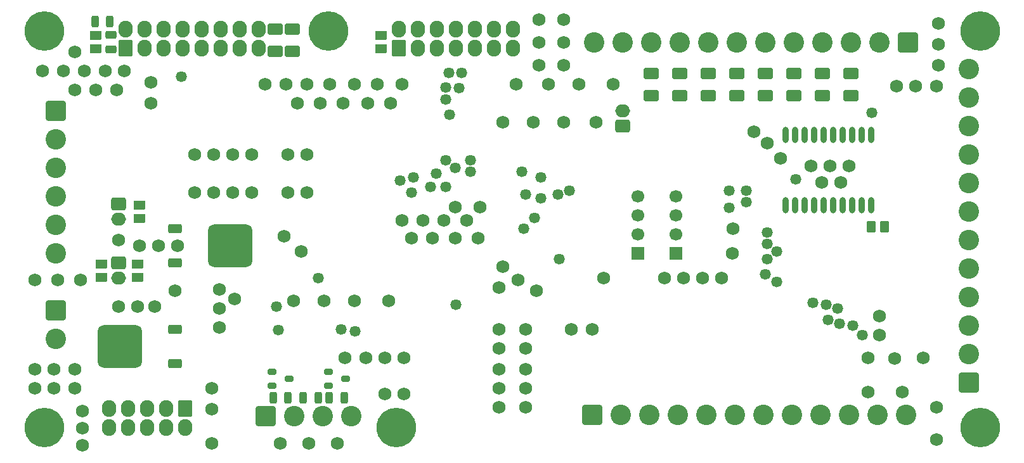
<source format=gbs>
G04 Layer_Color=16711935*
%FSAX42Y42*%
%MOMM*%
G71*
G01*
G75*
G04:AMPARAMS|DCode=10|XSize=1.6mm|YSize=1.2mm|CornerRadius=0.23mm|HoleSize=0mm|Usage=FLASHONLY|Rotation=0.000|XOffset=0mm|YOffset=0mm|HoleType=Round|Shape=RoundedRectangle|*
%AMROUNDEDRECTD10*
21,1,1.60,0.75,0,0,0.0*
21,1,1.15,1.20,0,0,0.0*
1,1,0.45,0.57,-0.38*
1,1,0.45,-0.57,-0.38*
1,1,0.45,-0.57,0.38*
1,1,0.45,0.57,0.38*
%
%ADD10ROUNDEDRECTD10*%
G04:AMPARAMS|DCode=11|XSize=1.6mm|YSize=1.2mm|CornerRadius=0.23mm|HoleSize=0mm|Usage=FLASHONLY|Rotation=270.000|XOffset=0mm|YOffset=0mm|HoleType=Round|Shape=RoundedRectangle|*
%AMROUNDEDRECTD11*
21,1,1.60,0.75,0,0,270.0*
21,1,1.15,1.20,0,0,270.0*
1,1,0.45,-0.38,-0.57*
1,1,0.45,-0.38,0.57*
1,1,0.45,0.38,0.57*
1,1,0.45,0.38,-0.57*
%
%ADD11ROUNDEDRECTD11*%
G04:AMPARAMS|DCode=12|XSize=1.2mm|YSize=1.8mm|CornerRadius=0.23mm|HoleSize=0mm|Usage=FLASHONLY|Rotation=90.000|XOffset=0mm|YOffset=0mm|HoleType=Round|Shape=RoundedRectangle|*
%AMROUNDEDRECTD12*
21,1,1.20,1.35,0,0,90.0*
21,1,0.75,1.80,0,0,90.0*
1,1,0.45,0.68,0.38*
1,1,0.45,0.68,-0.38*
1,1,0.45,-0.68,-0.38*
1,1,0.45,-0.68,0.38*
%
%ADD12ROUNDEDRECTD12*%
G04:AMPARAMS|DCode=13|XSize=5.7mm|YSize=5.9mm|CornerRadius=0.79mm|HoleSize=0mm|Usage=FLASHONLY|Rotation=90.000|XOffset=0mm|YOffset=0mm|HoleType=Round|Shape=RoundedRectangle|*
%AMROUNDEDRECTD13*
21,1,5.70,4.33,0,0,90.0*
21,1,4.13,5.90,0,0,90.0*
1,1,1.58,2.16,2.06*
1,1,1.58,2.16,-2.06*
1,1,1.58,-2.16,-2.06*
1,1,1.58,-2.16,2.06*
%
%ADD13ROUNDEDRECTD13*%
G04:AMPARAMS|DCode=14|XSize=1.5mm|YSize=1mm|CornerRadius=0.2mm|HoleSize=0mm|Usage=FLASHONLY|Rotation=0.000|XOffset=0mm|YOffset=0mm|HoleType=Round|Shape=RoundedRectangle|*
%AMROUNDEDRECTD14*
21,1,1.50,0.60,0,0,0.0*
21,1,1.10,1.00,0,0,0.0*
1,1,0.40,0.55,-0.30*
1,1,0.40,-0.55,-0.30*
1,1,0.40,-0.55,0.30*
1,1,0.40,0.55,0.30*
%
%ADD14ROUNDEDRECTD14*%
G04:AMPARAMS|DCode=15|XSize=1.5mm|YSize=1mm|CornerRadius=0.2mm|HoleSize=0mm|Usage=FLASHONLY|Rotation=270.000|XOffset=0mm|YOffset=0mm|HoleType=Round|Shape=RoundedRectangle|*
%AMROUNDEDRECTD15*
21,1,1.50,0.60,0,0,270.0*
21,1,1.10,1.00,0,0,270.0*
1,1,0.40,-0.30,-0.55*
1,1,0.40,-0.30,0.55*
1,1,0.40,0.30,0.55*
1,1,0.40,0.30,-0.55*
%
%ADD15ROUNDEDRECTD15*%
G04:AMPARAMS|DCode=16|XSize=2mm|YSize=1.5mm|CornerRadius=0.26mm|HoleSize=0mm|Usage=FLASHONLY|Rotation=0.000|XOffset=0mm|YOffset=0mm|HoleType=Round|Shape=RoundedRectangle|*
%AMROUNDEDRECTD16*
21,1,2.00,0.97,0,0,0.0*
21,1,1.48,1.50,0,0,0.0*
1,1,0.53,0.74,-0.49*
1,1,0.53,-0.74,-0.49*
1,1,0.53,-0.74,0.49*
1,1,0.53,0.74,0.49*
%
%ADD16ROUNDEDRECTD16*%
G04:AMPARAMS|DCode=17|XSize=0.8mm|YSize=1.2mm|CornerRadius=0.18mm|HoleSize=0mm|Usage=FLASHONLY|Rotation=90.000|XOffset=0mm|YOffset=0mm|HoleType=Round|Shape=RoundedRectangle|*
%AMROUNDEDRECTD17*
21,1,0.80,0.85,0,0,90.0*
21,1,0.45,1.20,0,0,90.0*
1,1,0.35,0.42,0.23*
1,1,0.35,0.42,-0.23*
1,1,0.35,-0.42,-0.23*
1,1,0.35,-0.42,0.23*
%
%ADD17ROUNDEDRECTD17*%
%ADD18O,0.80X2.20*%
%ADD19C,1.73*%
%ADD20C,2.74*%
G04:AMPARAMS|DCode=21|XSize=2.74mm|YSize=2.74mm|CornerRadius=0.42mm|HoleSize=0mm|Usage=FLASHONLY|Rotation=180.000|XOffset=0mm|YOffset=0mm|HoleType=Round|Shape=RoundedRectangle|*
%AMROUNDEDRECTD21*
21,1,2.74,1.91,0,0,180.0*
21,1,1.91,2.74,0,0,180.0*
1,1,0.84,-0.95,0.95*
1,1,0.84,0.95,0.95*
1,1,0.84,0.95,-0.95*
1,1,0.84,-0.95,-0.95*
%
%ADD21ROUNDEDRECTD21*%
G04:AMPARAMS|DCode=22|XSize=1.73mm|YSize=1.98mm|CornerRadius=0.29mm|HoleSize=0mm|Usage=FLASHONLY|Rotation=270.000|XOffset=0mm|YOffset=0mm|HoleType=Round|Shape=RoundedRectangle|*
%AMROUNDEDRECTD22*
21,1,1.73,1.40,0,0,270.0*
21,1,1.14,1.98,0,0,270.0*
1,1,0.58,-0.70,-0.57*
1,1,0.58,-0.70,0.57*
1,1,0.58,0.70,0.57*
1,1,0.58,0.70,-0.57*
%
%ADD22ROUNDEDRECTD22*%
%ADD23O,1.98X1.73*%
G04:AMPARAMS|DCode=24|XSize=2.24mm|YSize=1.93mm|CornerRadius=0.32mm|HoleSize=0mm|Usage=FLASHONLY|Rotation=90.000|XOffset=0mm|YOffset=0mm|HoleType=Round|Shape=RoundedRectangle|*
%AMROUNDEDRECTD24*
21,1,2.24,1.30,0,0,90.0*
21,1,1.60,1.93,0,0,90.0*
1,1,0.64,0.65,0.80*
1,1,0.64,0.65,-0.80*
1,1,0.64,-0.65,-0.80*
1,1,0.64,-0.65,0.80*
%
%ADD24ROUNDEDRECTD24*%
%ADD25O,1.93X2.24*%
%ADD26R,1.70X1.70*%
%ADD27C,1.70*%
G04:AMPARAMS|DCode=28|XSize=2.74mm|YSize=2.74mm|CornerRadius=0.42mm|HoleSize=0mm|Usage=FLASHONLY|Rotation=270.000|XOffset=0mm|YOffset=0mm|HoleType=Round|Shape=RoundedRectangle|*
%AMROUNDEDRECTD28*
21,1,2.74,1.91,0,0,270.0*
21,1,1.91,2.74,0,0,270.0*
1,1,0.84,-0.95,-0.95*
1,1,0.84,-0.95,0.95*
1,1,0.84,0.95,0.95*
1,1,0.84,0.95,-0.95*
%
%ADD28ROUNDEDRECTD28*%
%ADD29C,5.28*%
%ADD30C,1.47*%
D10*
X004775Y008472D02*
D03*
X004775Y008292D02*
D03*
X004267Y007505D02*
D03*
X004267Y007685D02*
D03*
X004750Y007505D02*
D03*
X004750Y007685D02*
D03*
X004189Y010740D02*
D03*
X004189Y010560D02*
D03*
X008000Y010740D02*
D03*
X008000Y010560D02*
D03*
D11*
X014720Y008179D02*
D03*
X014540Y008179D02*
D03*
D12*
X005243Y007696D02*
D03*
X005243Y008153D02*
D03*
X005247Y006807D02*
D03*
X005247Y006350D02*
D03*
D13*
X005983Y007925D02*
D03*
X004507Y006579D02*
D03*
D14*
X004389Y010750D02*
D03*
X004389Y010550D02*
D03*
D15*
X004378Y010922D02*
D03*
X004178Y010922D02*
D03*
X006557Y005900D02*
D03*
X006757Y005900D02*
D03*
X007307Y005900D02*
D03*
X007507Y005900D02*
D03*
X007157Y005900D02*
D03*
X006957Y005900D02*
D03*
D16*
X006589Y010530D02*
D03*
X006589Y010820D02*
D03*
X006814Y010530D02*
D03*
X006814Y010820D02*
D03*
X011609Y009939D02*
D03*
X011609Y010229D02*
D03*
X011990Y009939D02*
D03*
X011990Y010229D02*
D03*
X012371Y009939D02*
D03*
X012371Y010229D02*
D03*
X012752Y009939D02*
D03*
X012752Y010229D02*
D03*
X013133Y009939D02*
D03*
X013133Y010229D02*
D03*
X013514Y009939D02*
D03*
X013514Y010229D02*
D03*
X013895Y009939D02*
D03*
X013895Y010229D02*
D03*
X014276Y009939D02*
D03*
X014276Y010229D02*
D03*
D17*
X006542Y006055D02*
D03*
X006542Y006245D02*
D03*
X006772Y006150D02*
D03*
X007292Y006055D02*
D03*
X007292Y006245D02*
D03*
X007522Y006150D02*
D03*
D18*
X013399Y009411D02*
D03*
X013526Y009411D02*
D03*
X013652Y009411D02*
D03*
X013779Y009411D02*
D03*
X013907Y009411D02*
D03*
X014034Y009411D02*
D03*
X014160Y009411D02*
D03*
X014288Y009411D02*
D03*
X014415Y009411D02*
D03*
X014541Y009411D02*
D03*
X013399Y008471D02*
D03*
X013526Y008471D02*
D03*
X013652Y008471D02*
D03*
X013779Y008471D02*
D03*
X013907Y008471D02*
D03*
X014034Y008471D02*
D03*
X014160Y008471D02*
D03*
X014288Y008471D02*
D03*
X014415Y008471D02*
D03*
X014541Y008471D02*
D03*
D19*
X009627Y007645D02*
D03*
X010071Y007328D02*
D03*
X009830Y007468D02*
D03*
X009576Y007366D02*
D03*
X009931Y005766D02*
D03*
X009931Y006020D02*
D03*
X009931Y006274D02*
D03*
X009931Y006553D02*
D03*
X009576Y005766D02*
D03*
X009576Y006020D02*
D03*
X009576Y006274D02*
D03*
X009576Y006553D02*
D03*
X009931Y006807D02*
D03*
X009576Y006807D02*
D03*
X010541Y006807D02*
D03*
X010820Y006807D02*
D03*
X015443Y010338D02*
D03*
X015443Y010617D02*
D03*
X015443Y010897D02*
D03*
X013335Y009093D02*
D03*
X013157Y009296D02*
D03*
X014135Y008776D02*
D03*
X013881Y008776D02*
D03*
X015418Y005766D02*
D03*
X006452Y010084D02*
D03*
X010109Y010338D02*
D03*
X010109Y010643D02*
D03*
X010109Y010947D02*
D03*
X010439Y010947D02*
D03*
X010439Y010643D02*
D03*
X010439Y010338D02*
D03*
X009322Y008445D02*
D03*
X008992Y008445D02*
D03*
X009296Y008026D02*
D03*
X008992Y008026D02*
D03*
X008687Y008026D02*
D03*
X008407Y008026D02*
D03*
X009144Y008267D02*
D03*
X008839Y008267D02*
D03*
X008560Y008267D02*
D03*
X008280Y008267D02*
D03*
X005247Y007326D02*
D03*
X003988Y007468D02*
D03*
X003378Y007468D02*
D03*
X003683Y007468D02*
D03*
X004496Y008001D02*
D03*
X004775Y007925D02*
D03*
X005029Y007925D02*
D03*
X005283Y007925D02*
D03*
X012979Y009449D02*
D03*
X007417Y005283D02*
D03*
X007036Y005283D02*
D03*
X006655Y005283D02*
D03*
X005740Y005283D02*
D03*
X004013Y005715D02*
D03*
X004013Y005486D02*
D03*
X004013Y005258D02*
D03*
X003912Y006020D02*
D03*
X003632Y006020D02*
D03*
X003378Y006020D02*
D03*
X003912Y006274D02*
D03*
X003632Y006274D02*
D03*
X003378Y006274D02*
D03*
X004496Y007112D02*
D03*
X004750Y007112D02*
D03*
X004978Y007112D02*
D03*
X008128Y009830D02*
D03*
X007823Y009830D02*
D03*
X007493Y009830D02*
D03*
X007188Y009830D02*
D03*
X006883Y009830D02*
D03*
X006731Y010084D02*
D03*
X007010Y010084D02*
D03*
X004470Y010008D02*
D03*
X004191Y010008D02*
D03*
X003912Y010008D02*
D03*
X003912Y010516D02*
D03*
X003480Y010262D02*
D03*
X003759Y010262D02*
D03*
X004039Y010262D02*
D03*
X004318Y010262D02*
D03*
X004572Y010262D02*
D03*
X004928Y009830D02*
D03*
X004928Y010109D02*
D03*
X005512Y009144D02*
D03*
X005766Y009144D02*
D03*
X006020Y009144D02*
D03*
X006274Y009144D02*
D03*
X006756Y009144D02*
D03*
X007010Y009144D02*
D03*
X005512Y008636D02*
D03*
X005766Y008636D02*
D03*
X006020Y008636D02*
D03*
X006274Y008636D02*
D03*
X006756Y008636D02*
D03*
X007010Y008636D02*
D03*
X006045Y007214D02*
D03*
X005842Y007341D02*
D03*
X005842Y007087D02*
D03*
X005842Y006833D02*
D03*
X005740Y006020D02*
D03*
X005740Y005740D02*
D03*
X006706Y008052D02*
D03*
X006934Y007849D02*
D03*
X006833Y007188D02*
D03*
X007239Y007188D02*
D03*
X007645Y007188D02*
D03*
X008103Y007188D02*
D03*
X008052Y005944D02*
D03*
X008306Y005944D02*
D03*
X008306Y006426D02*
D03*
X008052Y006426D02*
D03*
X007798Y006426D02*
D03*
X007518Y006426D02*
D03*
X015418Y005334D02*
D03*
X014961Y005969D02*
D03*
X014503Y005969D02*
D03*
X014656Y006731D02*
D03*
X014656Y006985D02*
D03*
X015240Y006426D02*
D03*
X014859Y006419D02*
D03*
X014503Y006426D02*
D03*
X012693Y007823D02*
D03*
X012700Y008153D02*
D03*
X012548Y007493D02*
D03*
X012294Y007493D02*
D03*
X012040Y007493D02*
D03*
X011786Y007493D02*
D03*
X010973Y007493D02*
D03*
X015418Y010058D02*
D03*
X015138Y010058D02*
D03*
X014884Y010058D02*
D03*
X014249Y008992D02*
D03*
X013995Y008992D02*
D03*
X013741Y008992D02*
D03*
X010871Y009576D02*
D03*
X010439Y009576D02*
D03*
X010033Y009576D02*
D03*
X009627Y009576D02*
D03*
X011100Y010084D02*
D03*
X010643Y010084D02*
D03*
X010236Y010084D02*
D03*
X009804Y010084D02*
D03*
X007950Y010084D02*
D03*
X007645Y010084D02*
D03*
X007315Y010084D02*
D03*
X008280Y010084D02*
D03*
D20*
X003658Y007823D02*
D03*
X003658Y008204D02*
D03*
X003658Y009347D02*
D03*
X003658Y008966D02*
D03*
X003658Y008585D02*
D03*
X015850Y006858D02*
D03*
X015850Y007239D02*
D03*
X015850Y006477D02*
D03*
X015850Y007620D02*
D03*
X015850Y008001D02*
D03*
X015850Y008763D02*
D03*
X015850Y008382D02*
D03*
X015850Y009906D02*
D03*
X015850Y010287D02*
D03*
X015850Y009525D02*
D03*
X015850Y009144D02*
D03*
X006838Y005650D02*
D03*
X007600Y005650D02*
D03*
X007219Y005650D02*
D03*
X003658Y006680D02*
D03*
X013868Y005664D02*
D03*
X014249Y005664D02*
D03*
X015011Y005664D02*
D03*
X014630Y005664D02*
D03*
X013106Y005664D02*
D03*
X013487Y005664D02*
D03*
X012725Y005664D02*
D03*
X012344Y005664D02*
D03*
X011201Y005664D02*
D03*
X011963Y005664D02*
D03*
X011582Y005664D02*
D03*
X011989Y010643D02*
D03*
X011608Y010643D02*
D03*
X010846Y010643D02*
D03*
X011227Y010643D02*
D03*
X012751Y010643D02*
D03*
X012370Y010643D02*
D03*
X013132Y010643D02*
D03*
X013513Y010643D02*
D03*
X014656Y010643D02*
D03*
X013894Y010643D02*
D03*
X014275Y010643D02*
D03*
D21*
X003658Y009728D02*
D03*
X015850Y006096D02*
D03*
X003658Y007061D02*
D03*
D22*
X004496Y008484D02*
D03*
X004496Y007696D02*
D03*
X011227Y009525D02*
D03*
D23*
X004496Y008280D02*
D03*
X004496Y007493D02*
D03*
X011227Y009728D02*
D03*
D24*
X008238Y010573D02*
D03*
X004588Y010573D02*
D03*
X005383Y005752D02*
D03*
D25*
X008492Y010573D02*
D03*
X008746Y010573D02*
D03*
X009000Y010573D02*
D03*
X009254Y010573D02*
D03*
X009508Y010573D02*
D03*
X009762Y010573D02*
D03*
X008238Y010827D02*
D03*
X008492Y010827D02*
D03*
X008746Y010827D02*
D03*
X009000Y010827D02*
D03*
X009254Y010827D02*
D03*
X009508Y010827D02*
D03*
X009762Y010827D02*
D03*
X006366Y010827D02*
D03*
X006112Y010827D02*
D03*
X005858Y010827D02*
D03*
X005604Y010827D02*
D03*
X005350Y010827D02*
D03*
X005096Y010827D02*
D03*
X004842Y010827D02*
D03*
X004588Y010827D02*
D03*
X006366Y010573D02*
D03*
X006112Y010573D02*
D03*
X005858Y010573D02*
D03*
X005604Y010573D02*
D03*
X005350Y010573D02*
D03*
X005096Y010573D02*
D03*
X004842Y010573D02*
D03*
X005129Y005752D02*
D03*
X004875Y005752D02*
D03*
X004621Y005752D02*
D03*
X004367Y005752D02*
D03*
X005383Y005498D02*
D03*
X005129Y005498D02*
D03*
X004875Y005498D02*
D03*
X004621Y005498D02*
D03*
X004367Y005498D02*
D03*
D26*
X011425Y007825D02*
D03*
X011938Y007823D02*
D03*
D27*
X011425Y008079D02*
D03*
X011425Y008333D02*
D03*
X011425Y008587D02*
D03*
X011938Y008077D02*
D03*
X011938Y008331D02*
D03*
X011938Y008585D02*
D03*
D28*
X006457Y005650D02*
D03*
X010820Y005664D02*
D03*
X015037Y010643D02*
D03*
D29*
X003500Y010800D02*
D03*
X008200Y005500D02*
D03*
X016000Y005500D02*
D03*
X016000Y010800D02*
D03*
X007300Y010800D02*
D03*
X003501Y005500D02*
D03*
D30*
X008255Y008800D02*
D03*
X013132Y007544D02*
D03*
X013284Y007442D02*
D03*
X013157Y007747D02*
D03*
X014554Y009703D02*
D03*
X013538Y008814D02*
D03*
X009000Y007137D02*
D03*
X013157Y008103D02*
D03*
X013157Y007950D02*
D03*
X013284Y007849D02*
D03*
X014097Y007087D02*
D03*
X013945Y007137D02*
D03*
X013767Y007163D02*
D03*
X013970Y006934D02*
D03*
X014122Y006883D02*
D03*
X014300Y006858D02*
D03*
X014427Y006731D02*
D03*
X009906Y008153D02*
D03*
X008865Y009881D02*
D03*
X010375Y007747D02*
D03*
X007648Y006787D02*
D03*
X008901Y010236D02*
D03*
X009072Y010236D02*
D03*
X009042Y010033D02*
D03*
X008915Y009677D02*
D03*
X010050Y008300D02*
D03*
X006625Y006800D02*
D03*
X005334Y010185D02*
D03*
X007163Y007493D02*
D03*
X007468Y006807D02*
D03*
X006604Y007112D02*
D03*
X008433Y008839D02*
D03*
X008407Y008636D02*
D03*
X008992Y008966D02*
D03*
X008865Y009068D02*
D03*
X008738Y008890D02*
D03*
X009195Y009068D02*
D03*
X009195Y008915D02*
D03*
X008865Y008712D02*
D03*
X008661Y008712D02*
D03*
X010363Y008611D02*
D03*
X010135Y008560D02*
D03*
X009931Y008611D02*
D03*
X010516Y008661D02*
D03*
X010135Y008839D02*
D03*
X009881Y008915D02*
D03*
X012878Y008661D02*
D03*
X012878Y008509D02*
D03*
X012649Y008661D02*
D03*
X012649Y008433D02*
D03*
X008865Y010046D02*
D03*
M02*

</source>
